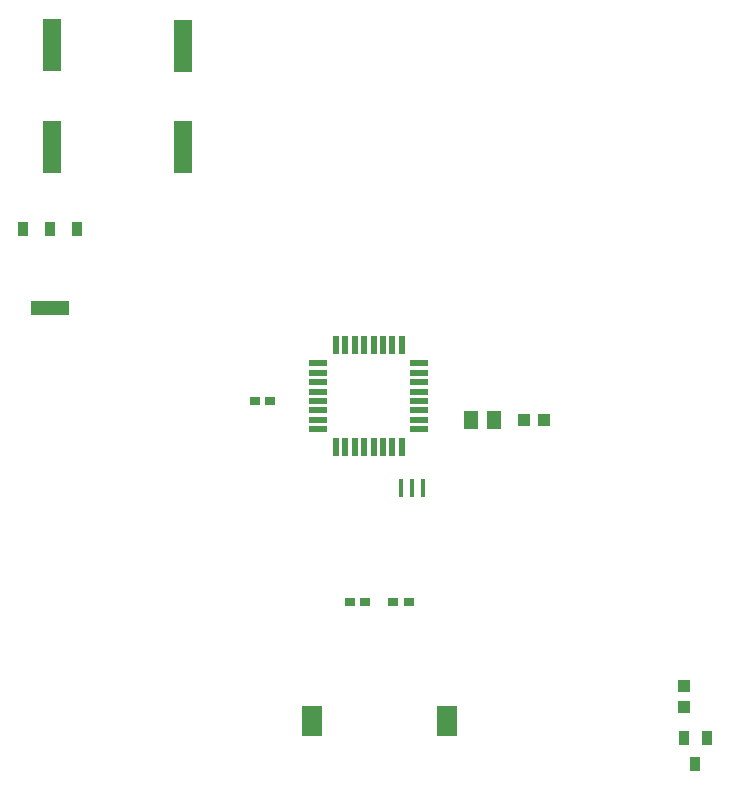
<source format=gtp>
%FSTAX23Y23*%
%MOIN*%
%SFA1B1*%

%IPPOS*%
%ADD19R,0.127560X0.051580*%
%ADD20R,0.036610X0.051580*%
%ADD21R,0.070870X0.102360*%
%ADD22R,0.021650X0.059060*%
%ADD23R,0.059060X0.021650*%
%ADD24R,0.011810X0.062990*%
%ADD25R,0.059060X0.177170*%
%ADD26R,0.051180X0.059060*%
%ADD27R,0.039370X0.043310*%
%ADD28R,0.035430X0.027560*%
%ADD29R,0.043310X0.039370*%
%ADD30R,0.033470X0.051180*%
%LNpunkcontroller-pcb-1*%
%LPD*%
G54D19*
X00228Y01851D03*
G54D20*
X00138Y02114D03*
X00228D03*
X00318D03*
G54D21*
X01551Y00474D03*
X01102D03*
G54D22*
X01181Y01387D03*
X01212D03*
X01244D03*
X01275D03*
X01307D03*
X01338D03*
X0137D03*
X01401D03*
Y01726D03*
X0137D03*
X01338D03*
X01307D03*
X01275D03*
X01244D03*
X01212D03*
X01181D03*
G54D23*
X0146Y01446D03*
Y01478D03*
Y01509D03*
Y01541D03*
Y01572D03*
Y01604D03*
Y01635D03*
Y01667D03*
X01122D03*
Y01635D03*
Y01604D03*
Y01572D03*
Y01541D03*
Y01509D03*
Y01478D03*
Y01446D03*
G54D24*
X01398Y01251D03*
X01436D03*
X01473D03*
G54D25*
X00235Y02387D03*
Y02726D03*
X00672Y02386D03*
Y02725D03*
G54D26*
X01633Y01477D03*
X01708D03*
G54D27*
X02343Y00522D03*
Y00589D03*
G54D28*
X00963Y01539D03*
X00912D03*
X01373Y00871D03*
X01424D03*
X01278D03*
X01227D03*
G54D29*
X01874Y01478D03*
X01807D03*
G54D30*
X02417Y00416D03*
X02342D03*
X02379Y00329D03*
M02*
</source>
